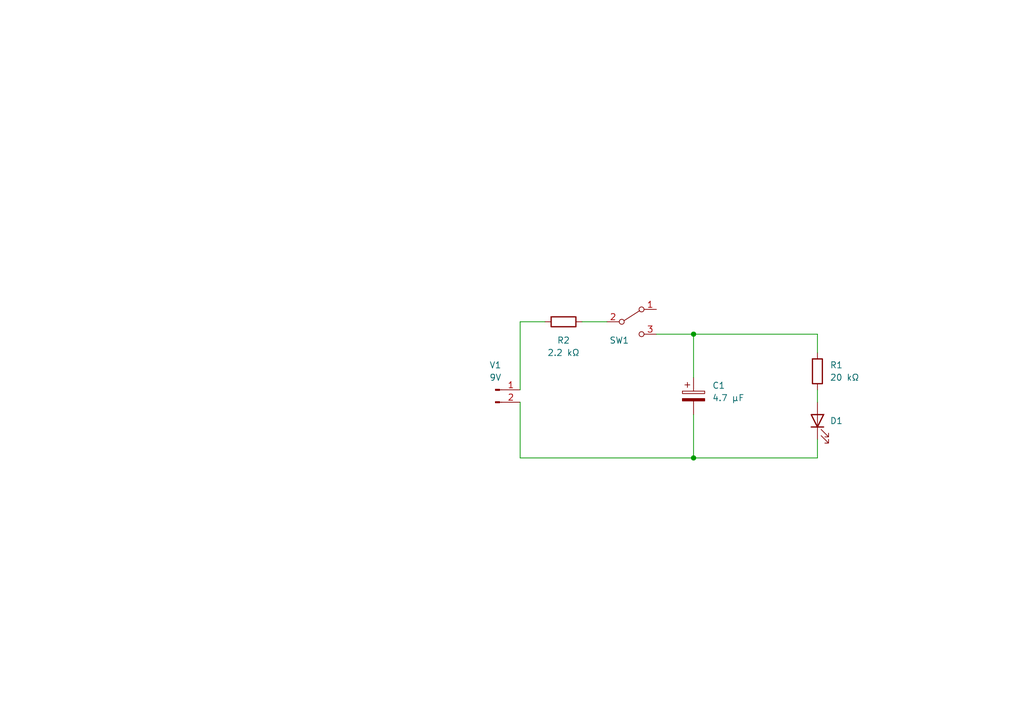
<source format=kicad_sch>
(kicad_sch (version 20211123) (generator eeschema)
  (paper "A5")
  (lib_symbols
    (symbol "Connector:Conn_01x02_Male" (pin_names (offset 1.016) hide)
      (property "Reference" "J" (at 0 2.54 0))
      (property "Value" "Conn_01x02_Male" (at 0 -5.08 0))
      (symbol "Conn_01x02_Male_1_1"
        (polyline (pts (xy 1.27 -2.54) (xy 0.8636 -2.54)) (stroke (width 0.1524)))
        (polyline (pts (xy 1.27 0) (xy 0.8636 0)) (stroke (width 0.1524)))
        (rectangle (start 0.8636 -2.413) (end 0 -2.667) (stroke (width 0.1524)) (fill (type outline)))
        (rectangle (start 0.8636 0.127) (end 0 -0.127) (stroke (width 0.1524)) (fill (type outline)))
        (pin passive line (at 5.08 0 180) (length 3.81) (name "Pin_1") (number "1"))
        (pin passive line (at 5.08 -2.54 180) (length 3.81) (name "Pin_2") (number "2"))
      )
    )
    (symbol "Device:C_Polarized" (pin_numbers hide) (pin_names (offset 0.254))
      (property "Reference" "C" (at 0.635 2.54 0))
      (property "Value" "C_Polarized" (at 0.635 -2.54 0))
      (symbol "C_Polarized_0_1"
        (rectangle (start -2.286 0.508) (end 2.286 1.016))
        (polyline (pts (xy -1.778 2.286) (xy -0.762 2.286)))
        (polyline (pts (xy -1.27 2.794) (xy -1.27 1.778)))
        (rectangle (start 2.286 -0.508) (end -2.286 -1.016) (fill (type outline)))
      )
      (symbol "C_Polarized_1_1"
        (pin passive line (at 0 3.81 270) (length 2.794) (name "~") (number "1"))
        (pin passive line (at 0 -3.81 90) (length 2.794) (name "~") (number "2"))
      )
    )
    (symbol "Device:LED" (pin_numbers hide) (pin_names (offset 1.016) hide)
      (property "Reference" "D" (at 0 2.54 0))
      (property "Value" "LED" (at 0 -2.54 0))
      (symbol "LED_0_1"
        (polyline (pts (xy -1.27 -1.27) (xy -1.27 1.27)) (stroke (width 0.254)))
        (polyline (pts (xy -1.27 0) (xy 1.27 0)))
        (polyline (pts (xy 1.27 -1.27) (xy 1.27 1.27) (xy -1.27 0) (xy 1.27 -1.27)) (stroke (width 0.254)))
        (polyline (pts (xy -3.048 -0.762) (xy -4.572 -2.286) (xy -3.81 -2.286) (xy -4.572 -2.286) (xy -4.572 -1.524)))
        (polyline (pts (xy -1.778 -0.762) (xy -3.302 -2.286) (xy -2.54 -2.286) (xy -3.302 -2.286) (xy -3.302 -1.524)))
      )
      (symbol "LED_1_1"
        (pin passive line (at -3.81 0 0) (length 2.54) (name "K") (number "1"))
        (pin passive line (at 3.81 0 180) (length 2.54) (name "A") (number "2"))
      )
    )
    (symbol "Device:R" (pin_numbers hide) (pin_names (offset 0))
      (property "Reference" "R" (at 2.032 0 90))
      (property "Value" "R" (at 0 0 90))
      (symbol "R_0_1"
        (rectangle (start -1.016 -2.54) (end 1.016 2.54) (stroke (width 0.254)))
      )
      (symbol "R_1_1"
        (pin passive line (at 0 3.81 270) (length 1.27) (name "~") (number "1"))
        (pin passive line (at 0 -3.81 90) (length 1.27) (name "~") (number "2"))
      )
    )
    (symbol "Switch:SW_SPDT" (pin_names (offset 0) hide)
      (property "Reference" "SW" (at 0 4.318 0))
      (property "Value" "SW_SPDT" (at 0 -5.08 0))
      (symbol "SW_SPDT_0_0"
        (circle (center -2.032 0) (radius 0.508))
        (circle (center 2.032 -2.54) (radius 0.508))
      )
      (symbol "SW_SPDT_0_1"
        (polyline (pts (xy -1.524 0.254) (xy 1.651 2.286)))
        (circle (center 2.032 2.54) (radius 0.508))
      )
      (symbol "SW_SPDT_1_1"
        (pin passive line (at 5.08 2.54 180) (length 2.54) (name "A") (number "1"))
        (pin passive line (at -5.08 0 0) (length 2.54) (name "B") (number "2"))
        (pin passive line (at 5.08 -2.54 180) (length 2.54) (name "C") (number "3"))
      )
    )
  )
  (junction (at 142.24 93.98))
  (junction (at 142.24 68.58))
  (wire (pts (xy 106.68 93.98) (xy 142.24 93.98)))
  (wire (pts (xy 134.62 68.58) (xy 142.24 68.58)))
  (wire (pts (xy 142.24 68.58) (xy 142.24 77.47)))
  (wire (pts (xy 119.38 66.04) (xy 124.46 66.04)))
  (wire (pts (xy 167.64 80.01) (xy 167.64 82.55)))
  (wire (pts (xy 142.24 85.09) (xy 142.24 93.98)))
  (wire (pts (xy 167.64 90.17) (xy 167.64 93.98)))
  (wire (pts (xy 142.24 68.58) (xy 167.64 68.58)))
  (wire (pts (xy 106.68 82.55) (xy 106.68 93.98)))
  (wire (pts (xy 167.64 68.58) (xy 167.64 72.39)))
  (wire (pts (xy 142.24 93.98) (xy 167.64 93.98)))
  (wire (pts (xy 106.68 66.04) (xy 106.68 80.01)))
  (wire (pts (xy 106.68 66.04) (xy 111.76 66.04)))
  (symbol (lib_id "Connector:Conn_01x02_Male") (at 101.6 80.01 0) (unit 1)
    (property "Reference" "V1" (at 101.6 74.93 0))
    (property "Value" "9V" (at 101.6 77.47 0))
  )
  (symbol (lib_id "Device:LED") (at 167.64 86.36 90) (unit 1)
    (property "Reference" "D1" (at 170.18 86.36 90) (effects (justify right)))
    (property "Value" "LED" (effects hide))
  )
  (symbol (lib_id "Device:R") (at 115.57 66.04 90) (unit 1)
    (property "Reference" "R2" (at 115.57 69.85 90))
    (property "Value" "2.2 kΩ" (at 115.57 72.39 90))
  )
  (symbol (lib_id "Device:R") (at 167.64 76.2 180) (unit 1)
    (property "Reference" "R1" (at 170.18 74.9299 0) (effects (justify right)))
    (property "Value" "20 kΩ" (at 170.18 77.4699 0) (effects (justify right)))
  )
  (symbol (lib_id "Device:C_Polarized") (at 142.24 81.28 0) (unit 1)
    (property "Reference" "C1" (at 146.05 79.1209 0) (effects (justify left)))
    (property "Value" "4.7 µF" (at 146.05 81.6609 0) (effects (justify left)))
  )
  (symbol (lib_id "Switch:SW_SPDT") (at 129.54 66.04 0) (unit 1)
    (property "Reference" "SW1" (at 127 69.85 0))
    (property "Value" "SW_SPDT" (effects hide))
  )
)
</source>
